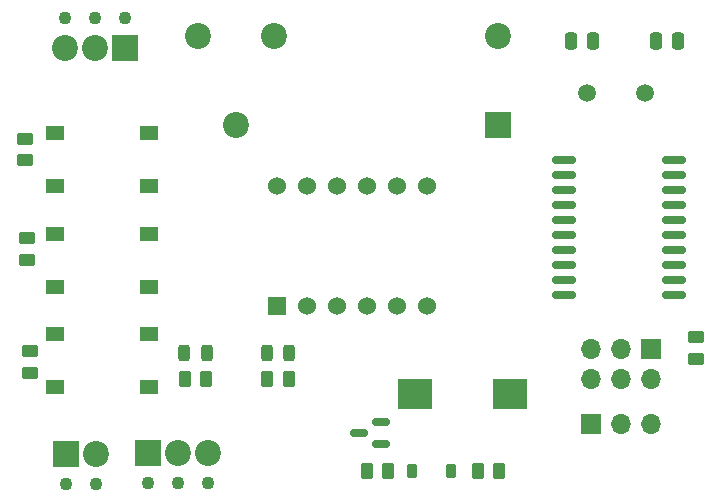
<source format=gts>
G04 #@! TF.GenerationSoftware,KiCad,Pcbnew,7.0.5-7.0.5~ubuntu20.04.1*
G04 #@! TF.CreationDate,2023-07-24T22:04:44+03:00*
G04 #@! TF.ProjectId,hardware,68617264-7761-4726-952e-6b696361645f,rev?*
G04 #@! TF.SameCoordinates,Original*
G04 #@! TF.FileFunction,Soldermask,Top*
G04 #@! TF.FilePolarity,Negative*
%FSLAX46Y46*%
G04 Gerber Fmt 4.6, Leading zero omitted, Abs format (unit mm)*
G04 Created by KiCad (PCBNEW 7.0.5-7.0.5~ubuntu20.04.1) date 2023-07-24 22:04:44*
%MOMM*%
%LPD*%
G01*
G04 APERTURE LIST*
G04 Aperture macros list*
%AMRoundRect*
0 Rectangle with rounded corners*
0 $1 Rounding radius*
0 $2 $3 $4 $5 $6 $7 $8 $9 X,Y pos of 4 corners*
0 Add a 4 corners polygon primitive as box body*
4,1,4,$2,$3,$4,$5,$6,$7,$8,$9,$2,$3,0*
0 Add four circle primitives for the rounded corners*
1,1,$1+$1,$2,$3*
1,1,$1+$1,$4,$5*
1,1,$1+$1,$6,$7*
1,1,$1+$1,$8,$9*
0 Add four rect primitives between the rounded corners*
20,1,$1+$1,$2,$3,$4,$5,0*
20,1,$1+$1,$4,$5,$6,$7,0*
20,1,$1+$1,$6,$7,$8,$9,0*
20,1,$1+$1,$8,$9,$2,$3,0*%
G04 Aperture macros list end*
%ADD10RoundRect,0.250000X0.262500X0.450000X-0.262500X0.450000X-0.262500X-0.450000X0.262500X-0.450000X0*%
%ADD11R,1.700000X1.700000*%
%ADD12O,1.700000X1.700000*%
%ADD13R,3.000000X2.500000*%
%ADD14C,1.524000*%
%ADD15R,1.524000X1.524000*%
%ADD16RoundRect,0.250000X0.250000X0.475000X-0.250000X0.475000X-0.250000X-0.475000X0.250000X-0.475000X0*%
%ADD17RoundRect,0.250000X0.450000X-0.262500X0.450000X0.262500X-0.450000X0.262500X-0.450000X-0.262500X0*%
%ADD18R,1.550000X1.300000*%
%ADD19RoundRect,0.243750X0.243750X0.456250X-0.243750X0.456250X-0.243750X-0.456250X0.243750X-0.456250X0*%
%ADD20C,2.200000*%
%ADD21R,2.200000X2.200000*%
%ADD22RoundRect,0.150000X0.875000X0.150000X-0.875000X0.150000X-0.875000X-0.150000X0.875000X-0.150000X0*%
%ADD23RoundRect,0.250000X-0.450000X0.262500X-0.450000X-0.262500X0.450000X-0.262500X0.450000X0.262500X0*%
%ADD24RoundRect,0.250000X-0.250000X-0.475000X0.250000X-0.475000X0.250000X0.475000X-0.250000X0.475000X0*%
%ADD25C,1.100000*%
%ADD26C,1.500000*%
%ADD27RoundRect,0.225000X0.225000X0.375000X-0.225000X0.375000X-0.225000X-0.375000X0.225000X-0.375000X0*%
%ADD28RoundRect,0.150000X0.587500X0.150000X-0.587500X0.150000X-0.587500X-0.150000X0.587500X-0.150000X0*%
G04 APERTURE END LIST*
D10*
X161912500Y-121800000D03*
X160087500Y-121800000D03*
D11*
X174800000Y-111460000D03*
D12*
X174800000Y-114000000D03*
X172260000Y-111460000D03*
X172260000Y-114000000D03*
X169720000Y-111460000D03*
X169720000Y-114000000D03*
D13*
X154800000Y-115275000D03*
X162800000Y-115275000D03*
D14*
X143120000Y-97675000D03*
X145660000Y-97675000D03*
X148200000Y-97675000D03*
X150740000Y-97675000D03*
X153280000Y-97675000D03*
X155820000Y-97675000D03*
X155820000Y-107835000D03*
X153280000Y-107835000D03*
X150740000Y-107835000D03*
X148200000Y-107835000D03*
X145660000Y-107835000D03*
D15*
X143120000Y-107835000D03*
D16*
X169850000Y-85400000D03*
X167950000Y-85400000D03*
D17*
X178600000Y-112312500D03*
X178600000Y-110487500D03*
D10*
X152512500Y-121800000D03*
X150687500Y-121800000D03*
D18*
X132275000Y-114725000D03*
X124325000Y-114725000D03*
X132275000Y-110225000D03*
X124325000Y-110225000D03*
X132275000Y-106225000D03*
X124325000Y-106225000D03*
X132275000Y-101725000D03*
X124325000Y-101725000D03*
D19*
X135262500Y-111800000D03*
X137137500Y-111800000D03*
D10*
X144112500Y-114000000D03*
X142287500Y-114000000D03*
D20*
X161840000Y-84995000D03*
D21*
X161840000Y-92495000D03*
D20*
X136440000Y-84995000D03*
X142840000Y-84995000D03*
X139640000Y-92495000D03*
D19*
X142262500Y-111800000D03*
X144137500Y-111800000D03*
D18*
X132275000Y-97725000D03*
X124325000Y-97725000D03*
X132275000Y-93225000D03*
X124325000Y-93225000D03*
D22*
X176700000Y-106885000D03*
X176700000Y-105615000D03*
X176700000Y-104345000D03*
X176700000Y-103075000D03*
X176700000Y-101805000D03*
X176700000Y-100535000D03*
X176700000Y-99265000D03*
X176700000Y-97995000D03*
X176700000Y-96725000D03*
X176700000Y-95455000D03*
X167400000Y-95455000D03*
X167400000Y-96725000D03*
X167400000Y-97995000D03*
X167400000Y-99265000D03*
X167400000Y-100535000D03*
X167400000Y-101805000D03*
X167400000Y-103075000D03*
X167400000Y-104345000D03*
X167400000Y-105615000D03*
X167400000Y-106885000D03*
D23*
X121800000Y-93687500D03*
X121800000Y-95512500D03*
D24*
X175150000Y-85400000D03*
X177050000Y-85400000D03*
D10*
X137112500Y-114000000D03*
X135287500Y-114000000D03*
D20*
X127740000Y-120335000D03*
D21*
X125200000Y-120335000D03*
D25*
X127740000Y-122875000D03*
X125200000Y-122875000D03*
D20*
X137240000Y-120275000D03*
X134700000Y-120275000D03*
D21*
X132160000Y-120275000D03*
D25*
X137240000Y-122815000D03*
X134700000Y-122815000D03*
X132160000Y-122815000D03*
D23*
X121900000Y-102087500D03*
X121900000Y-103912500D03*
X122200000Y-111687500D03*
X122200000Y-113512500D03*
D11*
X169720000Y-117860000D03*
D12*
X172260000Y-117860000D03*
X174800000Y-117860000D03*
D26*
X169350000Y-89800000D03*
X174230000Y-89800000D03*
D27*
X157850000Y-121775000D03*
X154550000Y-121775000D03*
D20*
X125120000Y-86000000D03*
X127660000Y-86000000D03*
D21*
X130200000Y-86000000D03*
D25*
X125120000Y-83460000D03*
X127660000Y-83460000D03*
X130200000Y-83460000D03*
D28*
X151875000Y-119550000D03*
X151875000Y-117650000D03*
X150000000Y-118600000D03*
M02*

</source>
